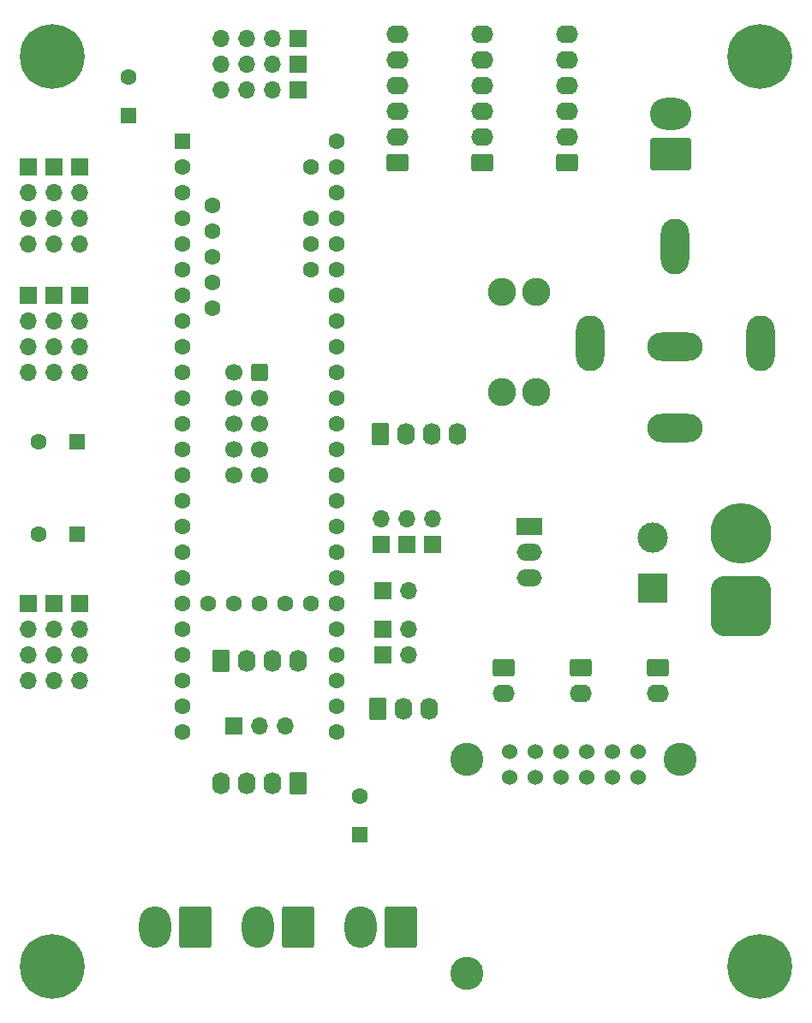
<source format=gbr>
%TF.GenerationSoftware,KiCad,Pcbnew,(6.0.0)*%
%TF.CreationDate,2022-01-02T01:39:18+01:00*%
%TF.ProjectId,mainBoard004,6d61696e-426f-4617-9264-3030342e6b69,rev?*%
%TF.SameCoordinates,Original*%
%TF.FileFunction,Soldermask,Bot*%
%TF.FilePolarity,Negative*%
%FSLAX46Y46*%
G04 Gerber Fmt 4.6, Leading zero omitted, Abs format (unit mm)*
G04 Created by KiCad (PCBNEW (6.0.0)) date 2022-01-02 01:39:18*
%MOMM*%
%LPD*%
G01*
G04 APERTURE LIST*
G04 Aperture macros list*
%AMRoundRect*
0 Rectangle with rounded corners*
0 $1 Rounding radius*
0 $2 $3 $4 $5 $6 $7 $8 $9 X,Y pos of 4 corners*
0 Add a 4 corners polygon primitive as box body*
4,1,4,$2,$3,$4,$5,$6,$7,$8,$9,$2,$3,0*
0 Add four circle primitives for the rounded corners*
1,1,$1+$1,$2,$3*
1,1,$1+$1,$4,$5*
1,1,$1+$1,$6,$7*
1,1,$1+$1,$8,$9*
0 Add four rect primitives between the rounded corners*
20,1,$1+$1,$2,$3,$4,$5,0*
20,1,$1+$1,$4,$5,$6,$7,0*
20,1,$1+$1,$6,$7,$8,$9,0*
20,1,$1+$1,$8,$9,$2,$3,0*%
G04 Aperture macros list end*
%ADD10RoundRect,1.400000X0.000000X1.350000X0.000000X-1.350000X0.000000X-1.350000X0.000000X1.350000X0*%
%ADD11RoundRect,1.400000X-1.350000X0.000000X-1.350000X0.000000X1.350000X0.000000X1.350000X0.000000X0*%
%ADD12RoundRect,0.250000X1.330000X1.800000X-1.330000X1.800000X-1.330000X-1.800000X1.330000X-1.800000X0*%
%ADD13O,3.160000X4.100000*%
%ADD14RoundRect,0.250000X0.620000X0.845000X-0.620000X0.845000X-0.620000X-0.845000X0.620000X-0.845000X0*%
%ADD15O,1.740000X2.190000*%
%ADD16O,1.700000X1.700000*%
%ADD17R,1.700000X1.700000*%
%ADD18R,1.600000X1.600000*%
%ADD19C,1.600000*%
%ADD20C,0.800000*%
%ADD21C,6.400000*%
%ADD22RoundRect,0.250000X0.845000X-0.620000X0.845000X0.620000X-0.845000X0.620000X-0.845000X-0.620000X0*%
%ADD23O,2.190000X1.740000*%
%ADD24RoundRect,0.250000X0.600000X0.600000X-0.600000X0.600000X-0.600000X-0.600000X0.600000X-0.600000X0*%
%ADD25C,1.700000*%
%ADD26RoundRect,0.250000X-0.620000X-0.845000X0.620000X-0.845000X0.620000X0.845000X-0.620000X0.845000X0*%
%ADD27R,2.500000X1.700000*%
%ADD28O,2.500000X1.700000*%
%ADD29R,3.000000X3.000000*%
%ADD30C,3.000000*%
%ADD31RoundRect,0.250000X-0.845000X0.620000X-0.845000X-0.620000X0.845000X-0.620000X0.845000X0.620000X0*%
%ADD32C,6.000000*%
%ADD33RoundRect,1.500000X1.500000X-1.500000X1.500000X1.500000X-1.500000X1.500000X-1.500000X-1.500000X0*%
%ADD34C,2.780000*%
%ADD35C,1.530000*%
%ADD36C,3.270000*%
%ADD37RoundRect,0.250000X1.800000X-1.330000X1.800000X1.330000X-1.800000X1.330000X-1.800000X-1.330000X0*%
%ADD38O,4.100000X3.160000*%
G04 APERTURE END LIST*
D10*
%TO.C,K1*%
X151620000Y-68859000D03*
X143220000Y-78359000D03*
X160020000Y-78359000D03*
D11*
X151620000Y-86759000D03*
X151620000Y-78759000D03*
%TD*%
D12*
%TO.C,J26*%
X124460000Y-136144000D03*
D13*
X120500000Y-136144000D03*
%TD*%
D12*
%TO.C,J27*%
X114300000Y-136144000D03*
D13*
X110340000Y-136144000D03*
%TD*%
D14*
%TO.C,J25*%
X114300000Y-121940000D03*
D15*
X111760000Y-121940000D03*
X109220000Y-121940000D03*
X106680000Y-121940000D03*
%TD*%
D16*
%TO.C,J8*%
X125222000Y-102870000D03*
D17*
X122682000Y-102870000D03*
%TD*%
D18*
%TO.C,C6*%
X92456000Y-97282000D03*
D19*
X88656000Y-97282000D03*
%TD*%
D18*
%TO.C,C4*%
X92480651Y-88138000D03*
D19*
X88680651Y-88138000D03*
%TD*%
D18*
%TO.C,C3*%
X120396000Y-127000000D03*
D19*
X120396000Y-123200000D03*
%TD*%
D20*
%TO.C,H4*%
X87600000Y-140000000D03*
X90000000Y-142400000D03*
X91697056Y-141697056D03*
D21*
X90000000Y-140000000D03*
D20*
X90000000Y-137600000D03*
X88302944Y-138302944D03*
X88302944Y-141697056D03*
X91697056Y-138302944D03*
X92400000Y-140000000D03*
%TD*%
D18*
%TO.C,C5*%
X97536000Y-55880000D03*
D19*
X97536000Y-52080000D03*
%TD*%
D20*
%TO.C,H3*%
X160000000Y-137600000D03*
X158302944Y-141697056D03*
X160000000Y-142400000D03*
X157600000Y-140000000D03*
X161697056Y-141697056D03*
X158302944Y-138302944D03*
D21*
X160000000Y-140000000D03*
D20*
X162400000Y-140000000D03*
X161697056Y-138302944D03*
%TD*%
%TO.C,H2*%
X157600000Y-50000000D03*
D21*
X160000000Y-50000000D03*
D20*
X162400000Y-50000000D03*
X158302944Y-51697056D03*
X161697056Y-48302944D03*
X160000000Y-47600000D03*
X161697056Y-51697056D03*
X160000000Y-52400000D03*
X158302944Y-48302944D03*
%TD*%
D18*
%TO.C,U1*%
X102870000Y-58420000D03*
D19*
X102870000Y-60960000D03*
X102870000Y-63500000D03*
X102870000Y-66040000D03*
X102870000Y-68580000D03*
X102870000Y-71120000D03*
X102870000Y-73660000D03*
X102870000Y-76200000D03*
X102870000Y-78740000D03*
X102870000Y-81280000D03*
X102870000Y-83820000D03*
X102870000Y-86360000D03*
X102870000Y-88900000D03*
X102870000Y-91440000D03*
X102870000Y-93980000D03*
X102870000Y-96520000D03*
X102870000Y-99060000D03*
X102870000Y-101600000D03*
X102870000Y-104140000D03*
X102870000Y-106680000D03*
X102870000Y-109220000D03*
X102870000Y-111760000D03*
X102870000Y-114300000D03*
X102870000Y-116840000D03*
X105410000Y-104140000D03*
X107950000Y-104140000D03*
X110490000Y-104140000D03*
X113030000Y-104140000D03*
X115570000Y-104140000D03*
X118110000Y-116840000D03*
X118110000Y-114300000D03*
X118110000Y-111760000D03*
X118110000Y-109220000D03*
X118110000Y-106680000D03*
X118110000Y-104140000D03*
X118110000Y-101600000D03*
X118110000Y-99060000D03*
X118110000Y-96520000D03*
X118110000Y-93980000D03*
X118110000Y-91440000D03*
X118110000Y-88900000D03*
X118110000Y-86360000D03*
X118110000Y-83820000D03*
X118110000Y-81280000D03*
X118110000Y-78740000D03*
X118110000Y-76200000D03*
X118110000Y-73660000D03*
X118110000Y-71120000D03*
X118110000Y-68580000D03*
X118110000Y-66040000D03*
X118110000Y-63500000D03*
X118110000Y-60960000D03*
X118110000Y-58420000D03*
X115570000Y-60960000D03*
X115570000Y-66040000D03*
X115570000Y-68580000D03*
X115570000Y-71120000D03*
X105870000Y-64770000D03*
X105870000Y-67310000D03*
X105870000Y-69850000D03*
X105870000Y-72390000D03*
X105870000Y-74930000D03*
%TD*%
D20*
%TO.C,H1*%
X87600000Y-50000000D03*
X90000000Y-47600000D03*
X91697056Y-48302944D03*
X88302944Y-48302944D03*
X91697056Y-51697056D03*
D21*
X90000000Y-50000000D03*
D20*
X88302944Y-51697056D03*
X92400000Y-50000000D03*
X90000000Y-52400000D03*
%TD*%
D22*
%TO.C,J5*%
X132570000Y-60540000D03*
D23*
X132570000Y-58000000D03*
X132570000Y-55460000D03*
X132570000Y-52920000D03*
X132570000Y-50380000D03*
X132570000Y-47840000D03*
%TD*%
D17*
%TO.C,J2*%
X125095000Y-98298000D03*
D16*
X125095000Y-95758000D03*
%TD*%
D17*
%TO.C,J18*%
X87630000Y-104140000D03*
D16*
X87630000Y-106680000D03*
X87630000Y-109220000D03*
X87630000Y-111760000D03*
%TD*%
D24*
%TO.C,J24*%
X110490000Y-81280000D03*
D25*
X107950000Y-81280000D03*
X110490000Y-83820000D03*
X107950000Y-83820000D03*
X110490000Y-86360000D03*
X107950000Y-86360000D03*
X110490000Y-88900000D03*
X107950000Y-88900000D03*
X110490000Y-91440000D03*
X107950000Y-91440000D03*
%TD*%
D17*
%TO.C,J32*%
X122682000Y-106680000D03*
D16*
X125222000Y-106680000D03*
%TD*%
D26*
%TO.C,J30*%
X122174000Y-114534000D03*
D15*
X124714000Y-114534000D03*
X127254000Y-114534000D03*
%TD*%
D26*
%TO.C,J22*%
X122428000Y-87356000D03*
D15*
X124968000Y-87356000D03*
X127508000Y-87356000D03*
X130048000Y-87356000D03*
%TD*%
D27*
%TO.C,U4*%
X137160000Y-96520000D03*
D28*
X137160000Y-99060000D03*
X137160000Y-101600000D03*
%TD*%
D26*
%TO.C,J12*%
X106680000Y-109835000D03*
D15*
X109220000Y-109835000D03*
X111760000Y-109835000D03*
X114300000Y-109835000D03*
%TD*%
D17*
%TO.C,J36*%
X122555000Y-98298000D03*
D16*
X122555000Y-95758000D03*
%TD*%
D17*
%TO.C,J34*%
X114300000Y-48260000D03*
D16*
X111760000Y-48260000D03*
X109220000Y-48260000D03*
X106680000Y-48260000D03*
%TD*%
D17*
%TO.C,J9*%
X92710000Y-104140000D03*
D16*
X92710000Y-106680000D03*
X92710000Y-109220000D03*
X92710000Y-111760000D03*
%TD*%
D29*
%TO.C,J7*%
X149352000Y-102576000D03*
D30*
X149352000Y-97576000D03*
%TD*%
D17*
%TO.C,J15*%
X90170000Y-73660000D03*
D16*
X90170000Y-76200000D03*
X90170000Y-78740000D03*
X90170000Y-81280000D03*
%TD*%
D12*
%TO.C,J20*%
X104140000Y-136144000D03*
D13*
X100180000Y-136144000D03*
%TD*%
D17*
%TO.C,J33*%
X114300000Y-50800000D03*
D16*
X111760000Y-50800000D03*
X109220000Y-50800000D03*
X106680000Y-50800000D03*
%TD*%
D17*
%TO.C,J16*%
X107965000Y-116205000D03*
D16*
X110505000Y-116205000D03*
X113045000Y-116205000D03*
%TD*%
D31*
%TO.C,J29*%
X134640000Y-110490000D03*
D23*
X134640000Y-113030000D03*
%TD*%
D32*
%TO.C,J1*%
X158115000Y-97155000D03*
D33*
X158115000Y-104355000D03*
%TD*%
D31*
%TO.C,J28*%
X149860000Y-110490000D03*
D23*
X149860000Y-113030000D03*
%TD*%
D17*
%TO.C,J10*%
X92710000Y-60970000D03*
D16*
X92710000Y-63510000D03*
X92710000Y-66050000D03*
X92710000Y-68590000D03*
%TD*%
%TO.C,J19*%
X87630000Y-81280000D03*
X87630000Y-78740000D03*
X87630000Y-76200000D03*
D17*
X87630000Y-73660000D03*
%TD*%
D22*
%TO.C,J3*%
X124190000Y-60540000D03*
D23*
X124190000Y-58000000D03*
X124190000Y-55460000D03*
X124190000Y-52920000D03*
X124190000Y-50380000D03*
X124190000Y-47840000D03*
%TD*%
D34*
%TO.C,F2*%
X134444000Y-83192000D03*
X137844000Y-83192000D03*
X134444000Y-73272000D03*
X137844000Y-73272000D03*
%TD*%
D35*
%TO.C,PS1*%
X147905000Y-118745000D03*
X147905000Y-121285000D03*
X145365000Y-118745000D03*
X145365000Y-121285000D03*
X142825000Y-118745000D03*
X142825000Y-121285000D03*
X140285000Y-118745000D03*
X140285000Y-121285000D03*
X137745000Y-118745000D03*
X137745000Y-121285000D03*
X135205000Y-118745000D03*
X135205000Y-121285000D03*
D36*
X152105000Y-119575000D03*
X131005000Y-119575000D03*
X131005000Y-140675000D03*
%TD*%
D22*
%TO.C,J6*%
X140950000Y-60540000D03*
D23*
X140950000Y-58000000D03*
X140950000Y-55460000D03*
X140950000Y-52920000D03*
X140950000Y-50380000D03*
X140950000Y-47840000D03*
%TD*%
D31*
%TO.C,J23*%
X142240000Y-110490000D03*
D23*
X142240000Y-113030000D03*
%TD*%
D17*
%TO.C,J4*%
X122682000Y-109220000D03*
D16*
X125222000Y-109220000D03*
%TD*%
D37*
%TO.C,J21*%
X151130000Y-59690000D03*
D38*
X151130000Y-55730000D03*
%TD*%
D17*
%TO.C,J11*%
X92710000Y-73660000D03*
D16*
X92710000Y-76200000D03*
X92710000Y-78740000D03*
X92710000Y-81280000D03*
%TD*%
D17*
%TO.C,J13*%
X90170000Y-60970000D03*
D16*
X90170000Y-63510000D03*
X90170000Y-66050000D03*
X90170000Y-68590000D03*
%TD*%
D17*
%TO.C,J35*%
X114300000Y-53340000D03*
D16*
X111760000Y-53340000D03*
X109220000Y-53340000D03*
X106680000Y-53340000D03*
%TD*%
D17*
%TO.C,J17*%
X87630000Y-60970000D03*
D16*
X87630000Y-63510000D03*
X87630000Y-66050000D03*
X87630000Y-68590000D03*
%TD*%
D17*
%TO.C,J31*%
X127635000Y-98298000D03*
D16*
X127635000Y-95758000D03*
%TD*%
D17*
%TO.C,J14*%
X90170000Y-104140000D03*
D16*
X90170000Y-106680000D03*
X90170000Y-109220000D03*
X90170000Y-111760000D03*
%TD*%
M02*

</source>
